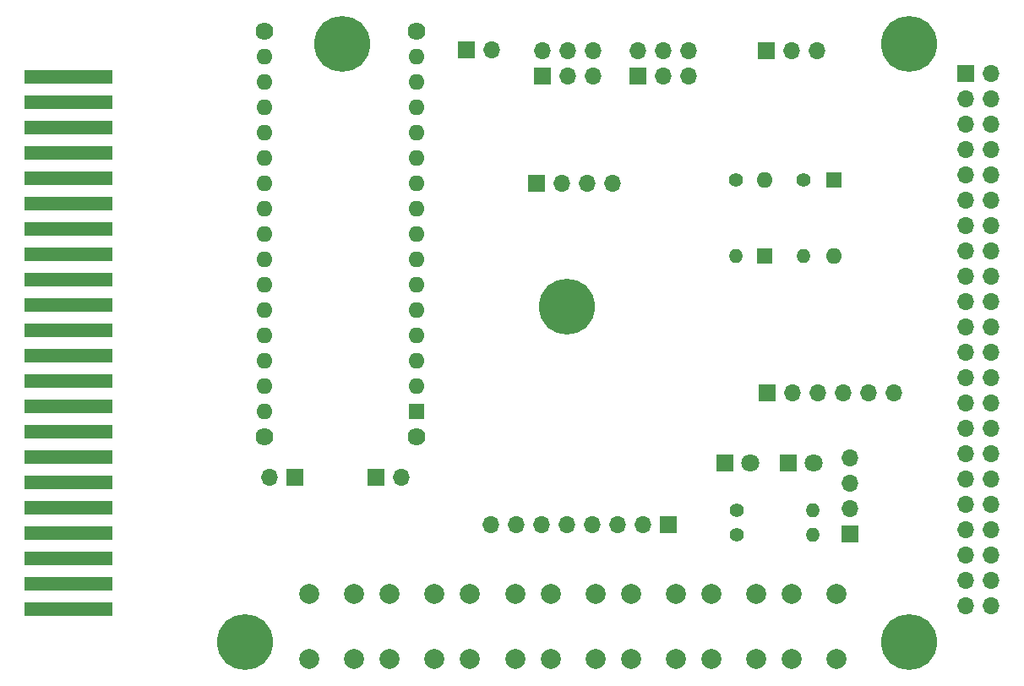
<source format=gts>
G04 #@! TF.GenerationSoftware,KiCad,Pcbnew,8.0.9-8.0.9-0~ubuntu22.04.1*
G04 #@! TF.CreationDate,2025-06-10T23:15:17+02:00*
G04 #@! TF.ProjectId,comixino,636f6d69-7869-46e6-9f2e-6b696361645f,rev?*
G04 #@! TF.SameCoordinates,Original*
G04 #@! TF.FileFunction,Soldermask,Top*
G04 #@! TF.FilePolarity,Negative*
%FSLAX46Y46*%
G04 Gerber Fmt 4.6, Leading zero omitted, Abs format (unit mm)*
G04 Created by KiCad (PCBNEW 8.0.9-8.0.9-0~ubuntu22.04.1) date 2025-06-10 23:15:17*
%MOMM*%
%LPD*%
G01*
G04 APERTURE LIST*
%ADD10C,1.400000*%
%ADD11O,1.400000X1.400000*%
%ADD12R,1.800000X1.800000*%
%ADD13C,1.800000*%
%ADD14C,5.600000*%
%ADD15C,2.000000*%
%ADD16R,1.600000X1.600000*%
%ADD17O,1.600000X1.600000*%
%ADD18C,1.780000*%
%ADD19R,1.700000X1.700000*%
%ADD20O,1.700000X1.700000*%
%ADD21R,8.890000X1.397000*%
G04 APERTURE END LIST*
D10*
X135650000Y-109550000D03*
D11*
X143270000Y-109550000D03*
D10*
X135670000Y-107050000D03*
D11*
X143290000Y-107050000D03*
D12*
X140800000Y-102350000D03*
D13*
X143340000Y-102350000D03*
D12*
X134450000Y-102350000D03*
D13*
X136990000Y-102350000D03*
D14*
X96100000Y-60350000D03*
D15*
X121475000Y-115450000D03*
X121475000Y-121950000D03*
X116975000Y-115450000D03*
X116975000Y-121950000D03*
X113416700Y-115450000D03*
X113416700Y-121950000D03*
X108916700Y-115450000D03*
X108916700Y-121950000D03*
X105358300Y-115450000D03*
X105358300Y-121950000D03*
X100858300Y-115450000D03*
X100858300Y-121950000D03*
X137591700Y-115450000D03*
X137591700Y-121950000D03*
X133091700Y-115450000D03*
X133091700Y-121950000D03*
D14*
X86400000Y-120250000D03*
D16*
X138450000Y-81560000D03*
D17*
X138450000Y-73940000D03*
D18*
X103590000Y-99720000D03*
X103590000Y-59080000D03*
X88350000Y-99720000D03*
X88350000Y-59080000D03*
D16*
X103590000Y-97180000D03*
D17*
X103590000Y-94640000D03*
X103590000Y-92100000D03*
X103590000Y-89560000D03*
X103590000Y-87020000D03*
X103590000Y-84480000D03*
X103590000Y-81940000D03*
X103590000Y-79400000D03*
X103590000Y-76860000D03*
X103590000Y-74320000D03*
X103590000Y-71780000D03*
X103590000Y-69240000D03*
X103590000Y-66700000D03*
X103590000Y-64160000D03*
X103590000Y-61620000D03*
X88350000Y-61620000D03*
X88350000Y-64160000D03*
X88350000Y-66700000D03*
X88350000Y-69240000D03*
X88350000Y-71780000D03*
X88350000Y-74320000D03*
X88350000Y-76860000D03*
X88350000Y-79400000D03*
X88350000Y-81940000D03*
X88350000Y-84480000D03*
X88350000Y-87020000D03*
X88350000Y-89560000D03*
X88350000Y-92100000D03*
X88350000Y-94640000D03*
X88350000Y-97180000D03*
D19*
X125770000Y-63550000D03*
D20*
X125770000Y-61010000D03*
X128310000Y-63550000D03*
X128310000Y-61010000D03*
X130850000Y-63550000D03*
X130850000Y-61010000D03*
D14*
X152950000Y-60350000D03*
D15*
X97300000Y-115450000D03*
X97300000Y-121950000D03*
X92800000Y-115450000D03*
X92800000Y-121950000D03*
D19*
X138635000Y-61025000D03*
D20*
X141175000Y-61025000D03*
X143715000Y-61025000D03*
D15*
X145650000Y-115450000D03*
X145650000Y-121950000D03*
X141150000Y-115450000D03*
X141150000Y-121950000D03*
D10*
X142340000Y-73940000D03*
D11*
X142340000Y-81560000D03*
D19*
X146950000Y-109420000D03*
D20*
X146950000Y-106880000D03*
X146950000Y-104340000D03*
X146950000Y-101800000D03*
D10*
X135540000Y-73940000D03*
D11*
X135540000Y-81560000D03*
D19*
X128800000Y-108500000D03*
D20*
X126260000Y-108500000D03*
X123720000Y-108500000D03*
X121180000Y-108500000D03*
X118640000Y-108500000D03*
X116100000Y-108500000D03*
X113560000Y-108500000D03*
X111020000Y-108500000D03*
D14*
X152950000Y-120250000D03*
D19*
X116160000Y-63575000D03*
D20*
X116160000Y-61035000D03*
X118700000Y-63575000D03*
X118700000Y-61035000D03*
X121240000Y-63575000D03*
X121240000Y-61035000D03*
D15*
X129533300Y-115450000D03*
X129533300Y-121950000D03*
X125033300Y-115450000D03*
X125033300Y-121950000D03*
D14*
X118620000Y-86650000D03*
D16*
X145400000Y-73980000D03*
D17*
X145400000Y-81600000D03*
D19*
X99450000Y-103750000D03*
D20*
X101990000Y-103750000D03*
D19*
X138650000Y-95300000D03*
D20*
X141190000Y-95300000D03*
X143730000Y-95300000D03*
X146270000Y-95300000D03*
X148810000Y-95300000D03*
X151350000Y-95300000D03*
D19*
X158600000Y-63340000D03*
D20*
X161140000Y-63340000D03*
X158600000Y-65880000D03*
X161140000Y-65880000D03*
X158600000Y-68420000D03*
X161140000Y-68420000D03*
X158600000Y-70960000D03*
X161140000Y-70960000D03*
X158600000Y-73500000D03*
X161140000Y-73500000D03*
X158600000Y-76040000D03*
X161140000Y-76040000D03*
X158600000Y-78580000D03*
X161140000Y-78580000D03*
X158600000Y-81120000D03*
X161140000Y-81120000D03*
X158600000Y-83660000D03*
X161140000Y-83660000D03*
X158600000Y-86200000D03*
X161140000Y-86200000D03*
X158600000Y-88740000D03*
X161140000Y-88740000D03*
X158600000Y-91280000D03*
X161140000Y-91280000D03*
X158600000Y-93820000D03*
X161140000Y-93820000D03*
X158600000Y-96360000D03*
X161140000Y-96360000D03*
X158600000Y-98900000D03*
X161140000Y-98900000D03*
X158600000Y-101440000D03*
X161140000Y-101440000D03*
X158600000Y-103980000D03*
X161140000Y-103980000D03*
X158600000Y-106520000D03*
X161140000Y-106520000D03*
X158600000Y-109060000D03*
X161140000Y-109060000D03*
X158600000Y-111600000D03*
X161140000Y-111600000D03*
X158600000Y-114140000D03*
X161140000Y-114140000D03*
X158600000Y-116680000D03*
X161140000Y-116680000D03*
D19*
X108560000Y-60950000D03*
D20*
X111100000Y-60950000D03*
D19*
X115550000Y-74300000D03*
D20*
X118090000Y-74300000D03*
X120630000Y-74300000D03*
X123170000Y-74300000D03*
D19*
X91340000Y-103750000D03*
D20*
X88800000Y-103750000D03*
D21*
X68699400Y-63627100D03*
X68699400Y-66167100D03*
X68699400Y-68707100D03*
X68699400Y-71247100D03*
X68699400Y-73787100D03*
X68699400Y-76327100D03*
X68699400Y-78867100D03*
X68699400Y-81407100D03*
X68699400Y-83947100D03*
X68699400Y-86487100D03*
X68699400Y-89027100D03*
X68699400Y-91567100D03*
X68699400Y-94107100D03*
X68699400Y-96647100D03*
X68699400Y-99187100D03*
X68699400Y-101727100D03*
X68699400Y-104267100D03*
X68699400Y-106807100D03*
X68699400Y-109347100D03*
X68699400Y-111887100D03*
X68699400Y-114427100D03*
X68699400Y-116967100D03*
M02*

</source>
